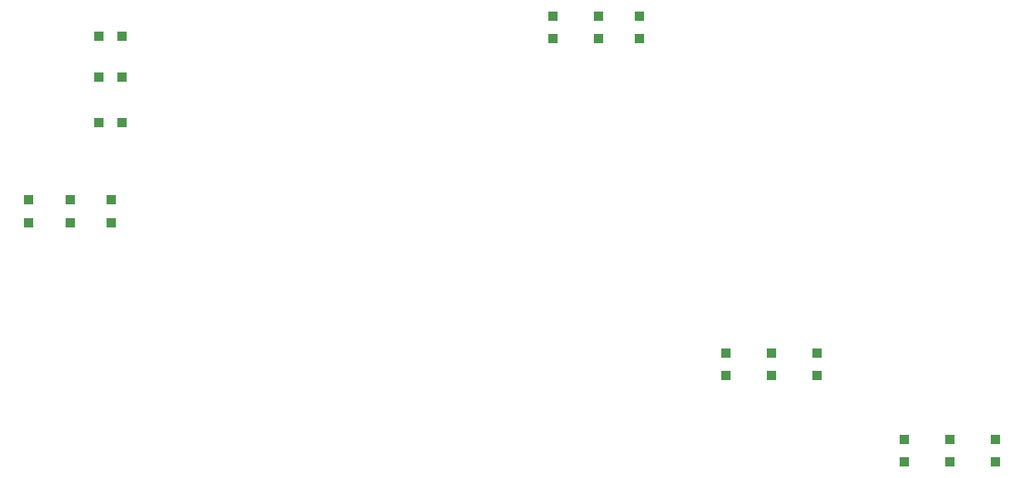
<source format=gbr>
G04 #@! TF.GenerationSoftware,KiCad,Pcbnew,(5.0.0)*
G04 #@! TF.CreationDate,2018-08-07T19:49:38+02:00*
G04 #@! TF.ProjectId,Palantype,50616C616E747970652E6B696361645F,rev?*
G04 #@! TF.SameCoordinates,Original*
G04 #@! TF.FileFunction,Paste,Bot*
G04 #@! TF.FilePolarity,Positive*
%FSLAX46Y46*%
G04 Gerber Fmt 4.6, Leading zero omitted, Abs format (unit mm)*
G04 Created by KiCad (PCBNEW (5.0.0)) date 08/07/18 19:49:38*
%MOMM*%
%LPD*%
G01*
G04 APERTURE LIST*
%ADD10R,1.000000X1.000000*%
G04 APERTURE END LIST*
D10*
G04 #@! TO.C,D2*
X63058271Y-75938257D03*
X63058271Y-73438257D03*
G04 #@! TD*
G04 #@! TO.C,D4*
X58558271Y-73438257D03*
X58558271Y-75938257D03*
G04 #@! TD*
G04 #@! TO.C,D6*
X54058271Y-75938257D03*
X54058271Y-73438257D03*
G04 #@! TD*
G04 #@! TO.C,D7*
X61750000Y-55500000D03*
X64250000Y-55500000D03*
G04 #@! TD*
G04 #@! TO.C,D9*
X64250000Y-60000000D03*
X61750000Y-60000000D03*
G04 #@! TD*
G04 #@! TO.C,D11*
X61750000Y-65000000D03*
X64250000Y-65000000D03*
G04 #@! TD*
G04 #@! TO.C,D13*
X121000000Y-55750000D03*
X121000000Y-53250000D03*
G04 #@! TD*
G04 #@! TO.C,D15*
X116500000Y-53250000D03*
X116500000Y-55750000D03*
G04 #@! TD*
G04 #@! TO.C,D17*
X111500000Y-53250000D03*
X111500000Y-55750000D03*
G04 #@! TD*
G04 #@! TO.C,D22*
X135500000Y-92750000D03*
X135500000Y-90250000D03*
G04 #@! TD*
G04 #@! TO.C,D24*
X140500000Y-90250000D03*
X140500000Y-92750000D03*
G04 #@! TD*
G04 #@! TO.C,D25*
X150000000Y-102250000D03*
X150000000Y-99750000D03*
G04 #@! TD*
G04 #@! TO.C,D27*
X155000000Y-99750000D03*
X155000000Y-102250000D03*
G04 #@! TD*
G04 #@! TO.C,D29*
X160000000Y-102250000D03*
X160000000Y-99750000D03*
G04 #@! TD*
G04 #@! TO.C,D20*
X130500000Y-90250000D03*
X130500000Y-92750000D03*
G04 #@! TD*
M02*

</source>
